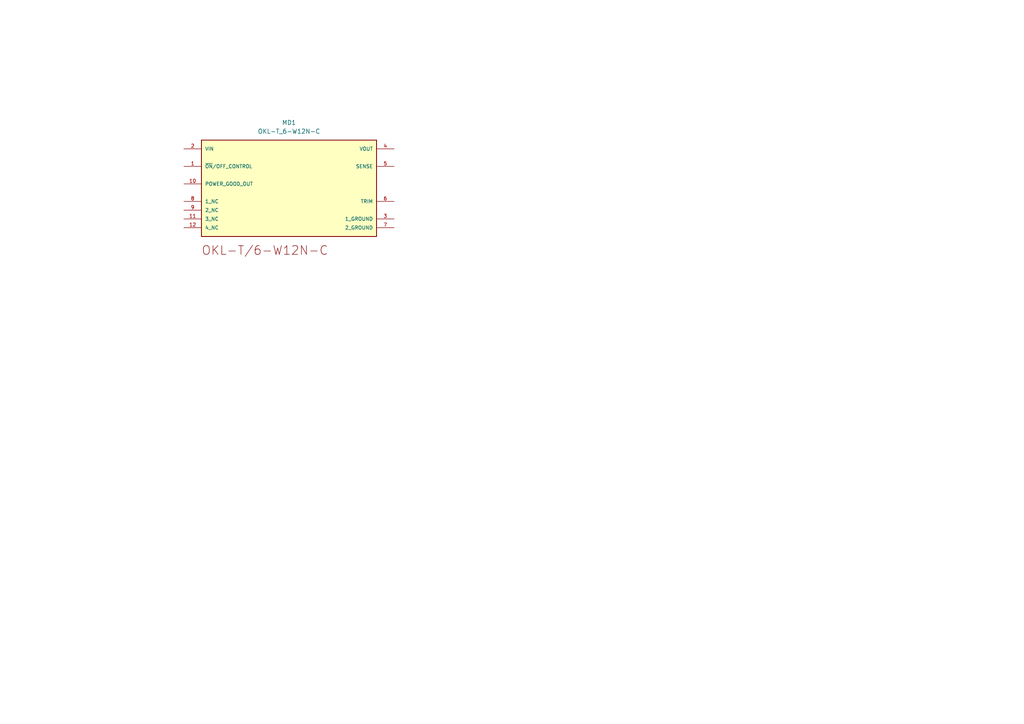
<source format=kicad_sch>
(kicad_sch (version 20250114) (generator "eeschema") (generator_version "9.0")
  (paper "A4")
  (lib_symbols
    (symbol "OKL-T_6-W12N-C:OKL-T_6-W12N-C" (pin_names (offset 1.016))
      (property "Reference" "MD" (at 2.54 -2.54 0))
      (property "Value" "OKL-T_6-W12N-C" (at 0 0 0))
      (symbol "OKL-T_6-W12N-C_0_0"
        (rectangle (start 2.54 -33.02) (end 53.34 -5.08) (stroke (width 0.254)) (fill (type background)))
        (text "OKL-T/6-W12N-C" (at 2.54 -35.56 0) (effects (font (size 2.54 2.54)) (justify left top)))
        (pin bidirectional line (at -2.54 -7.62 0) (length 5.08) (name "VIN") (number "2"))
        (pin bidirectional line (at -2.54 -12.7 0) (length 5.08) (name "~{ON}/OFF_CONTROL") (number "1"))
        (pin open_collector line (at -2.54 -17.78 0) (length 5.08) (name "POWER_GOOD_OUT") (number "10"))
        (pin passive line (at -2.54 -22.86 0) (length 5.08) (name "1_NC") (number "8"))
        (pin passive line (at -2.54 -25.4 0) (length 5.08) (name "2_NC") (number "9"))
        (pin passive line (at -2.54 -27.94 0) (length 5.08) (name "3_NC") (number "11"))
        (pin passive line (at -2.54 -30.48 0) (length 5.08) (name "4_NC") (number "12"))
        (pin bidirectional line (at 58.42 -7.62 180) (length 5.08) (name "VOUT") (number "4"))
        (pin passive line (at 58.42 -12.7 180) (length 5.08) (name "SENSE") (number "5"))
        (pin passive line (at 58.42 -22.86 180) (length 5.08) (name "TRIM") (number "6"))
        (pin power_in line (at 58.42 -27.94 180) (length 5.08) (name "1_GROUND") (number "3"))
        (pin power_in line (at 58.42 -30.48 180) (length 5.08) (name "2_GROUND") (number "7"))
      )
    )
  )
  (symbol (lib_id "OKL-T_6-W12N-C:OKL-T_6-W12N-C") (at 55.88 35.56 0) (unit 1)
    (property "Reference" "MD1" (at 83.82 35.56 0))
    (property "Value" "OKL-T_6-W12N-C" (at 83.82 38.1 0))
    (property "Footprint" "Library:MURATA_OKL-T-6-W12N-C_0" (effects (hide yes)))
    (property "MOUSER_DESCRIPTION" "Non-Isolated DC/DC Converters 12Vin .59-5.5Vout 6A 30W Neg Polarity" (effects (hide yes)))
    (property "NUMBER_OF_OUTPUTS" "1" (effects (hide yes)))
    (property "Check_prices" "https://www.snapeda.com/parts/OKL-T/6-W12N-C/Murata+Power+Solutions+Inc./view-part/?ref=eda" (effects (hide yes)))
    (property "MOUSER_PART_NUMBER" "580-OKL-T/6-W12N-C" (effects (hide yes)))
    (property "MFG_PACKAGE_IDENT_COMPONENT_ID" "4873da16363307f0" (effects (hide yes)))
    (property "AUTOMOTIVE" "No" (effects (hide yes)))
    (property "SWITCHING_TOPOLOGY" "Buck" (effects (hide yes)))
    (property "MFG_PACKAGE_IDENT_DATE" "0" (effects (hide yes)))
    (property "PREFIX" "MD" (effects (hide yes)))
    (property "MAX_SUPPLY_VOLTAGE" "14V" (effects (hide yes)))
    (property "TEMPERATURE_RANGE_LOW" "-40°C" (effects (hide yes)))
    (property "OUTPUT_CURRENT" "6A" (effects (hide yes)))
    (property "OUTPUT_VOLTAGE" "0.591-5.5V" (effects (hide yes)))
    (property "DIGIKEY_DESCRIPTION" "DC DC CONVERTER 0.591-5.5V 30W" (effects (hide yes)))
    (property "CENTROID_NOT_SPECIFIED" "No" (effects (hide yes)))
    (property "Description_1" "Non-Isolated PoL Module DC DC Converter 1 Output 0.591 ~ 5.5V - - 6A 4.5V - 14V Input" (effects (hide yes)))
    (property "Price" "None" (effects (hide yes)))
    (property "Package" "Murata Power Solutions Inc." (effects (hide yes)))
    (property "DEVICE_CLASS_L1" "Integrated Circuits (ICs)" (effects (hide yes)))
    (property "DEVICE_CLASS_L3" "Voltage Regulators - Switching" (effects (hide yes)))
    (property "DEVICE_CLASS_L2" "Power Management ICs" (effects (hide yes)))
    (property "OUTPUT_TYPE" "AdjustableProgrammable" (effects (hide yes)))
    (property "FOOTPRINT_VARIANT_NAME_0" "Recommended_Land_Pattern" (effects (hide yes)))
    (property "MP" "OKL-T/6-W12N-C" (effects (hide yes)))
    (property "DIGIKEY_PART_NUMBER" "811-2214-1-ND" (effects (hide yes)))
    (property "PACKAGE" "iLGA12" (effects (hide yes)))
    (property "LEAD_FREE" "Yes" (effects (hide yes)))
    (property "HEIGHT" "7.2mm" (effects (hide yes)))
    (property "DATASHEET" "https://www.murata.com/en-us/products/productdetail.aspx?partno=OKL-T/6-W12N-C" (effects (hide yes)))
    (property "SnapEDA_Link" "https://www.snapeda.com/parts/OKL-T/6-W12N-C/Murata+Power+Solutions+Inc./view-part/?ref=snap" (effects (hide yes)))
    (property "VERIFICATION_VERSION" "0.0.0.3" (effects (hide yes)))
    (property "MFG_PACKAGE_IDENT" "OKL-T/6-W12" (effects (hide yes)))
    (property "MF" "Murata Power Solutions Inc." (effects (hide yes)))
    (property "SWITCHING_FREQUENCY" "600kHz" (effects (hide yes)))
    (property "MPN" "OKL-T/6-W12N-C" (effects (hide yes)))
    (property "TEMPERATURE_RANGE_HIGH" "+85°C" (effects (hide yes)))
    (property "NOMINAL_SUPPLY_CURRENT" "20mA" (effects (hide yes)))
    (property "MIN_SUPPLY_VOLTAGE" "4.5V" (effects (hide yes)))
    (property "MFG_PACKAGE_IDENT_REV" "0" (effects (hide yes)))
    (property "Availability" "In Stock" (effects (hide yes)))
    (property "ROHS" "Yes" (effects (hide yes)))
  )
)
</source>
